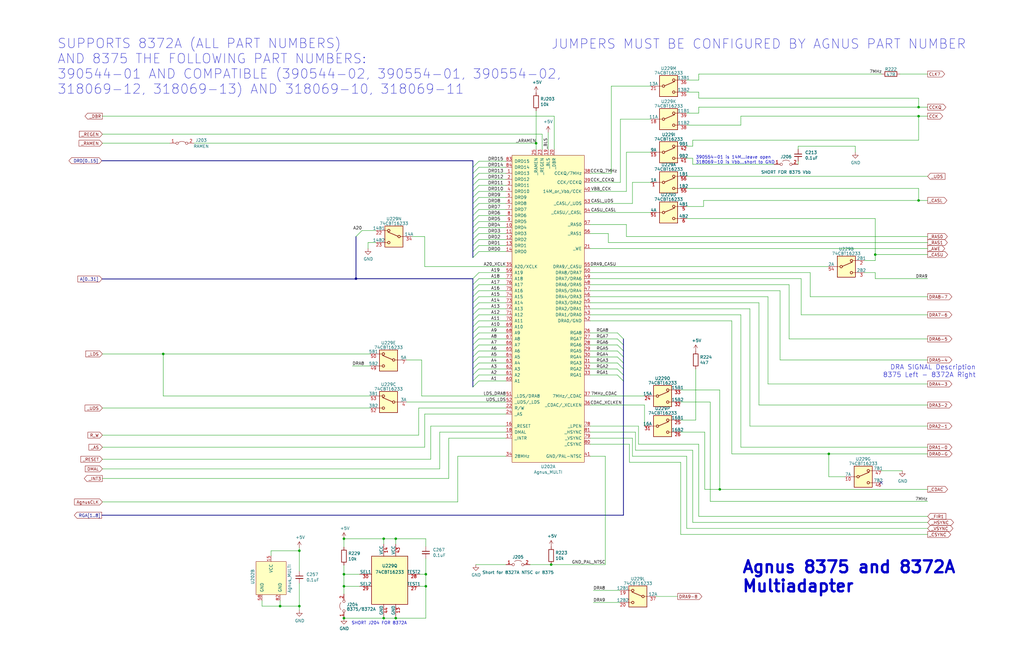
<source format=kicad_sch>
(kicad_sch (version 20231120) (generator "eeschema") (generator_version "8.0")
  (paper "B")
  (title_block (title "AMIGA PCI") (date "2024-06-29") (rev "4.0"))
  (junction (at 150.114 117.602))
  (junction (at 126.238 255.778))
  (junction (at 166.878 260.858))
  (junction (at 145.034 260.858))
  (junction (at 145.034 227.33))
  (junction (at 118.11 255.778))
  (junction (at 349.504 191.516))
  (junction (at 145.034 242.316))
  (junction (at 226.06 60.452))
  (junction (at 179.578 242.316))
  (junction (at 369.062 107.442))
  (junction (at 145.034 247.396))
  (junction (at 387.35 49.022))
  (junction (at 232.41 238.252))
  (junction (at 387.35 84.582))
  (junction (at 166.878 227.33))
  (junction (at 161.798 260.858))
  (junction (at 303.53 206.502))
  (junction (at 126.238 232.41))
  (junction (at 68.834 149.352))
  (junction (at 161.798 227.33))
  (junction (at 179.578 247.396))
  (junction (at 387.35 45.212))
  (no_connect (at 371.602 203.708))
  (bus_entry (at 201.93 85.852) (size -2.54 2.54))
  (bus_entry (at 201.93 68.072) (size -2.54 2.54))
  (bus_entry (at 260.35 145.542) (size 2.54 2.54))
  (bus_entry (at 201.93 78.232) (size -2.54 2.54))
  (bus_entry (at 201.93 127.762) (size -2.54 2.54))
  (bus_entry (at 201.93 155.702) (size -2.54 2.54))
  (bus_entry (at 201.93 122.682) (size -2.54 2.54))
  (bus_entry (at 260.35 150.622) (size 2.54 2.54))
  (bus_entry (at 260.35 140.462) (size 2.54 2.54))
  (bus_entry (at 260.35 143.002) (size 2.54 2.54))
  (bus_entry (at 201.93 117.602) (size -2.54 2.54))
  (bus_entry (at 260.35 155.702) (size 2.54 2.54))
  (bus_entry (at 260.35 158.242) (size 2.54 2.54))
  (bus_entry (at 201.93 132.842) (size -2.54 2.54))
  (bus_entry (at 201.93 160.782) (size -2.54 2.54))
  (bus_entry (at 201.93 120.142) (size -2.54 2.54))
  (bus_entry (at 201.93 158.242) (size -2.54 2.54))
  (bus_entry (at 201.93 137.922) (size -2.54 2.54))
  (bus_entry (at 201.93 148.082) (size -2.54 2.54))
  (bus_entry (at 201.93 106.172) (size -2.54 2.54))
  (bus_entry (at 201.93 101.092) (size -2.54 2.54))
  (bus_entry (at 201.93 70.612) (size -2.54 2.54))
  (bus_entry (at 201.93 75.692) (size -2.54 2.54))
  (bus_entry (at 201.93 96.012) (size -2.54 2.54))
  (bus_entry (at 201.93 130.302) (size -2.54 2.54))
  (bus_entry (at 201.93 115.062) (size -2.54 2.54))
  (bus_entry (at 201.93 103.632) (size -2.54 2.54))
  (bus_entry (at 201.93 150.622) (size -2.54 2.54))
  (bus_entry (at 201.93 73.152) (size -2.54 2.54))
  (bus_entry (at 201.93 140.462) (size -2.54 2.54))
  (bus_entry (at 201.93 80.772) (size -2.54 2.54))
  (bus_entry (at 260.35 153.162) (size 2.54 2.54))
  (bus_entry (at 260.35 148.082) (size 2.54 2.54))
  (bus_entry (at 201.93 98.552) (size -2.54 2.54))
  (bus_entry (at 152.654 97.282) (size -2.54 2.54))
  (bus_entry (at 201.93 145.542) (size -2.54 2.54))
  (bus_entry (at 201.93 83.312) (size -2.54 2.54))
  (bus_entry (at 201.93 90.932) (size -2.54 2.54))
  (bus_entry (at 201.93 143.002) (size -2.54 2.54))
  (bus_entry (at 201.93 153.162) (size -2.54 2.54))
  (bus_entry (at 201.93 125.222) (size -2.54 2.54))
  (bus_entry (at 201.93 135.382) (size -2.54 2.54))
  (bus_entry (at 201.93 88.392) (size -2.54 2.54))
  (bus_entry (at 201.93 93.472) (size -2.54 2.54))
  (wire (pts (xy 294.64 187.452) (xy 294.64 217.932)))
  (wire (pts (xy 179.07 188.722) (xy 43.18 188.722)))
  (wire (pts (xy 248.92 182.372) (xy 267.97 182.372)))
  (wire (pts (xy 179.578 247.396) (xy 179.578 242.316)))
  (wire (pts (xy 126.238 232.41) (xy 126.238 231.14)))
  (wire (pts (xy 177.8 151.892) (xy 171.45 151.892)))
  (bus (pts (xy 199.39 78.232) (xy 199.39 80.772)))
  (wire (pts (xy 248.92 125.222) (xy 323.85 125.222)))
  (wire (pts (xy 312.42 188.722) (xy 312.42 132.842)))
  (wire (pts (xy 271.78 170.942) (xy 248.92 170.942)))
  (bus (pts (xy 199.39 96.012) (xy 199.39 98.552)))
  (wire (pts (xy 213.36 135.382) (xy 201.93 135.382)))
  (wire (pts (xy 257.81 73.152) (xy 257.81 36.322)))
  (wire (pts (xy 248.92 94.742) (xy 264.16 94.742)))
  (wire (pts (xy 177.038 242.316) (xy 179.578 242.316)))
  (wire (pts (xy 248.92 85.852) (xy 266.7 85.852)))
  (wire (pts (xy 213.36 98.552) (xy 201.93 98.552)))
  (wire (pts (xy 213.36 167.132) (xy 177.8 167.132)))
  (wire (pts (xy 114.3 232.41) (xy 114.3 234.442)))
  (wire (pts (xy 126.238 246.126) (xy 126.238 255.778)))
  (wire (pts (xy 114.3 232.41) (xy 126.238 232.41)))
  (wire (pts (xy 248.92 132.842) (xy 312.42 132.842)))
  (wire (pts (xy 213.36 153.162) (xy 201.93 153.162)))
  (wire (pts (xy 213.36 120.142) (xy 201.93 120.142)))
  (wire (pts (xy 323.85 162.052) (xy 391.16 162.052)))
  (wire (pts (xy 296.672 87.122) (xy 296.672 84.582)))
  (wire (pts (xy 166.878 229.616) (xy 166.878 227.33)))
  (wire (pts (xy 387.35 79.502) (xy 387.35 84.582)))
  (wire (pts (xy 213.36 68.072) (xy 201.93 68.072)))
  (bus (pts (xy 199.39 85.852) (xy 199.39 88.392)))
  (wire (pts (xy 213.36 117.602) (xy 201.93 117.602)))
  (wire (pts (xy 248.92 80.772) (xy 264.16 80.772)))
  (bus (pts (xy 199.39 158.242) (xy 199.39 160.782)))
  (wire (pts (xy 213.36 96.012) (xy 201.93 96.012)))
  (wire (pts (xy 179.578 227.33) (xy 166.878 227.33)))
  (bus (pts (xy 262.89 217.424) (xy 42.926 217.424)))
  (wire (pts (xy 271.78 179.832) (xy 271.78 170.942)))
  (wire (pts (xy 391.16 125.222) (xy 341.63 125.222)))
  (wire (pts (xy 213.36 172.212) (xy 176.53 172.212)))
  (wire (pts (xy 320.04 170.942) (xy 320.04 127.762)))
  (bus (pts (xy 199.39 106.172) (xy 199.39 108.712)))
  (wire (pts (xy 213.36 115.062) (xy 201.93 115.062)))
  (wire (pts (xy 332.74 120.142) (xy 332.74 143.002)))
  (wire (pts (xy 299.466 211.582) (xy 391.16 211.582)))
  (wire (pts (xy 145.034 260.858) (xy 161.798 260.858)))
  (wire (pts (xy 336.55 68.072) (xy 336.55 69.342)))
  (wire (pts (xy 269.24 187.452) (xy 294.64 187.452)))
  (wire (pts (xy 179.07 112.522) (xy 213.36 112.522)))
  (wire (pts (xy 248.92 135.382) (xy 308.61 135.382)))
  (wire (pts (xy 266.7 76.962) (xy 274.32 76.962)))
  (wire (pts (xy 391.16 188.722) (xy 312.42 188.722)))
  (wire (pts (xy 360.68 64.262) (xy 360.68 61.722)))
  (wire (pts (xy 248.92 89.662) (xy 274.32 89.662)))
  (wire (pts (xy 391.16 151.892) (xy 328.93 151.892)))
  (wire (pts (xy 151.638 247.396) (xy 145.034 247.396)))
  (wire (pts (xy 292.1 61.722) (xy 292.1 59.182)))
  (wire (pts (xy 294.64 31.242) (xy 371.856 31.242)))
  (wire (pts (xy 292.1 59.182) (xy 387.35 59.182)))
  (wire (pts (xy 369.062 117.602) (xy 391.16 117.602)))
  (wire (pts (xy 293.37 155.702) (xy 293.37 177.292)))
  (wire (pts (xy 248.92 127.762) (xy 320.04 127.762)))
  (wire (pts (xy 294.64 38.862) (xy 294.64 41.402)))
  (wire (pts (xy 387.35 59.182) (xy 387.35 49.022)))
  (wire (pts (xy 371.602 198.628) (xy 380.492 198.628)))
  (wire (pts (xy 189.23 201.93) (xy 43.18 201.93)))
  (wire (pts (xy 213.36 182.372) (xy 185.42 182.372)))
  (wire (pts (xy 326.39 69.342) (xy 292.1 69.342)))
  (wire (pts (xy 176.53 172.212) (xy 176.53 183.642)))
  (wire (pts (xy 248.92 143.002) (xy 260.35 143.002)))
  (wire (pts (xy 387.35 45.212) (xy 391.16 45.212)))
  (wire (pts (xy 248.92 184.912) (xy 266.7 184.912)))
  (wire (pts (xy 181.61 193.802) (xy 43.18 193.802)))
  (wire (pts (xy 233.68 62.992) (xy 233.68 49.022)))
  (wire (pts (xy 161.798 227.33) (xy 145.034 227.33)))
  (wire (pts (xy 303.53 206.502) (xy 297.18 206.502)))
  (wire (pts (xy 213.36 93.472) (xy 201.93 93.472)))
  (wire (pts (xy 248.92 167.132) (xy 271.78 167.132)))
  (wire (pts (xy 294.64 47.752) (xy 294.64 45.212)))
  (bus (pts (xy 199.39 155.702) (xy 199.39 158.242)))
  (wire (pts (xy 255.27 238.252) (xy 232.41 238.252)))
  (wire (pts (xy 181.61 179.832) (xy 181.61 193.802)))
  (wire (pts (xy 110.49 255.778) (xy 110.49 253.492)))
  (wire (pts (xy 287.02 169.672) (xy 299.466 169.672)))
  (wire (pts (xy 266.7 184.912) (xy 266.7 192.532)))
  (wire (pts (xy 161.798 227.33) (xy 161.798 229.616)))
  (wire (pts (xy 213.36 184.912) (xy 189.23 184.912)))
  (wire (pts (xy 213.36 174.752) (xy 179.07 174.752)))
  (wire (pts (xy 248.92 179.832) (xy 269.24 179.832)))
  (wire (pts (xy 213.36 148.082) (xy 201.93 148.082)))
  (wire (pts (xy 213.36 192.532) (xy 193.04 192.532)))
  (wire (pts (xy 369.062 115.062) (xy 369.062 117.602)))
  (bus (pts (xy 262.89 155.702) (xy 262.89 158.242)))
  (wire (pts (xy 364.49 109.982) (xy 369.062 109.982)))
  (wire (pts (xy 179.07 174.752) (xy 179.07 188.722)))
  (wire (pts (xy 289.56 33.782) (xy 294.64 33.782)))
  (wire (pts (xy 145.034 227.33) (xy 145.034 230.886)))
  (bus (pts (xy 199.39 88.392) (xy 199.39 90.932)))
  (bus (pts (xy 150.114 117.729) (xy 150.114 117.602)))
  (wire (pts (xy 145.034 247.396) (xy 145.034 250.698)))
  (bus (pts (xy 199.39 101.092) (xy 199.39 103.632)))
  (wire (pts (xy 266.7 192.532) (xy 289.56 192.532)))
  (wire (pts (xy 248.92 76.962) (xy 261.62 76.962)))
  (wire (pts (xy 213.36 130.302) (xy 201.93 130.302)))
  (wire (pts (xy 173.736 99.822) (xy 179.07 99.822)))
  (wire (pts (xy 248.92 148.082) (xy 260.35 148.082)))
  (wire (pts (xy 213.36 125.222) (xy 201.93 125.222)))
  (wire (pts (xy 156.21 154.432) (xy 148.59 154.432)))
  (wire (pts (xy 296.672 84.582) (xy 387.35 84.582)))
  (bus (pts (xy 199.39 160.782) (xy 199.39 163.322)))
  (wire (pts (xy 213.36 179.832) (xy 181.61 179.832)))
  (wire (pts (xy 264.16 80.772) (xy 264.16 64.262)))
  (bus (pts (xy 199.39 117.602) (xy 150.114 117.602)))
  (wire (pts (xy 248.92 192.532) (xy 255.27 192.532)))
  (wire (pts (xy 126.238 255.778) (xy 126.238 257.556)))
  (wire (pts (xy 287.02 182.372) (xy 297.18 182.372)))
  (wire (pts (xy 228.6 62.992) (xy 228.6 56.642)))
  (wire (pts (xy 312.42 49.022) (xy 387.35 49.022)))
  (wire (pts (xy 294.64 33.782) (xy 294.64 31.242)))
  (bus (pts (xy 199.39 117.602) (xy 199.39 120.142)))
  (wire (pts (xy 336.55 61.722) (xy 360.68 61.722)))
  (wire (pts (xy 179.578 260.858) (xy 179.578 247.396)))
  (wire (pts (xy 266.7 85.852) (xy 266.7 76.962)))
  (wire (pts (xy 145.034 247.396) (xy 145.034 242.316)))
  (wire (pts (xy 166.878 260.858) (xy 161.798 260.858)))
  (wire (pts (xy 303.53 206.502) (xy 391.16 206.502)))
  (wire (pts (xy 213.36 238.252) (xy 200.66 238.252)))
  (wire (pts (xy 289.56 92.202) (xy 369.062 92.202)))
  (bus (pts (xy 262.89 158.242) (xy 262.89 160.782)))
  (wire (pts (xy 264.16 99.822) (xy 391.16 99.822)))
  (wire (pts (xy 328.93 151.892) (xy 328.93 122.682)))
  (wire (pts (xy 297.18 182.372) (xy 297.18 206.502)))
  (wire (pts (xy 118.11 255.778) (xy 118.11 253.492)))
  (wire (pts (xy 303.53 164.592) (xy 303.53 206.502)))
  (wire (pts (xy 276.606 251.714) (xy 285.75 251.714)))
  (bus (pts (xy 262.89 153.162) (xy 262.89 155.702)))
  (wire (pts (xy 166.878 260.858) (xy 179.578 260.858)))
  (wire (pts (xy 193.04 192.532) (xy 193.04 211.836)))
  (wire (pts (xy 289.56 192.532) (xy 289.56 223.012)))
  (wire (pts (xy 287.02 225.552) (xy 391.16 225.552)))
  (wire (pts (xy 43.18 56.642) (xy 228.6 56.642)))
  (wire (pts (xy 213.36 127.762) (xy 201.93 127.762)))
  (wire (pts (xy 349.504 201.168) (xy 349.504 191.516)))
  (wire (pts (xy 316.23 179.832) (xy 391.16 179.832)))
  (wire (pts (xy 213.36 169.672) (xy 171.45 169.672)))
  (wire (pts (xy 189.23 184.912) (xy 189.23 201.93)))
  (wire (pts (xy 349.504 191.516) (xy 391.16 191.516)))
  (wire (pts (xy 226.06 46.736) (xy 226.06 60.452)))
  (wire (pts (xy 256.54 102.362) (xy 256.54 98.552)))
  (wire (pts (xy 292.1 66.802) (xy 292.1 69.342)))
  (wire (pts (xy 356.362 201.168) (xy 349.504 201.168)))
  (wire (pts (xy 312.42 52.832) (xy 312.42 49.022)))
  (wire (pts (xy 248.92 122.682) (xy 328.93 122.682)))
  (bus (pts (xy 199.39 130.302) (xy 199.39 132.842)))
  (bus (pts (xy 199.39 140.462) (xy 199.39 143.002)))
  (wire (pts (xy 261.366 249.174) (xy 250.19 249.174)))
  (bus (pts (xy 199.39 120.142) (xy 199.39 122.682)))
  (wire (pts (xy 257.81 36.322) (xy 274.32 36.322)))
  (bus (pts (xy 262.89 150.622) (xy 262.89 153.162)))
  (wire (pts (xy 387.35 49.022) (xy 391.16 49.022)))
  (bus (pts (xy 199.39 153.162) (xy 199.39 155.702)))
  (wire (pts (xy 179.578 230.632) (xy 179.578 227.33)))
  (wire (pts (xy 264.16 94.742) (xy 264.16 99.822)))
  (bus (pts (xy 199.39 70.612) (xy 199.39 73.152)))
  (bus (pts (xy 199.39 135.382) (xy 199.39 137.922)))
  (wire (pts (xy 391.16 132.842) (xy 337.82 132.842)))
  (wire (pts (xy 177.8 167.132) (xy 177.8 151.892)))
  (wire (pts (xy 289.56 47.752) (xy 294.64 47.752)))
  (wire (pts (xy 213.36 122.682) (xy 201.93 122.682)))
  (wire (pts (xy 248.92 187.452) (xy 265.43 187.452)))
  (wire (pts (xy 179.07 99.822) (xy 179.07 112.522)))
  (wire (pts (xy 265.43 195.072) (xy 287.02 195.072)))
  (wire (pts (xy 248.92 104.902) (xy 391.16 104.902)))
  (wire (pts (xy 256.54 102.362) (xy 391.16 102.362)))
  (wire (pts (xy 265.43 187.452) (xy 265.43 195.072)))
  (wire (pts (xy 152.654 97.282) (xy 158.496 97.282)))
  (wire (pts (xy 289.56 87.122) (xy 296.672 87.122)))
  (bus (pts (xy 199.39 143.002) (xy 199.39 145.542)))
  (bus (pts (xy 199.39 80.772) (xy 199.39 83.312)))
  (wire (pts (xy 267.97 189.992) (xy 292.1 189.992)))
  (wire (pts (xy 264.16 64.262) (xy 274.32 64.262)))
  (wire (pts (xy 155.194 102.362) (xy 158.496 102.362)))
  (wire (pts (xy 287.02 177.292) (xy 293.37 177.292)))
  (wire (pts (xy 118.11 255.778) (xy 126.238 255.778)))
  (wire (pts (xy 179.578 242.316) (xy 179.578 235.712)))
  (wire (pts (xy 289.56 79.502) (xy 387.35 79.502)))
  (wire (pts (xy 289.56 52.832) (xy 312.42 52.832)))
  (bus (pts (xy 262.89 145.542) (xy 262.89 148.082)))
  (wire (pts (xy 233.68 49.022) (xy 43.18 49.022)))
  (wire (pts (xy 379.476 31.242) (xy 391.16 31.242)))
  (wire (pts (xy 341.63 125.222) (xy 341.63 115.062)))
  (wire (pts (xy 294.64 41.402) (xy 387.35 41.402)))
  (wire (pts (xy 299.466 169.672) (xy 299.466 211.582)))
  (bus (pts (xy 199.39 122.682) (xy 199.39 125.222)))
  (wire (pts (xy 308.61 191.516) (xy 349.504 191.516)))
  (wire (pts (xy 110.49 255.778) (xy 118.11 255.778)))
  (wire (pts (xy 213.36 75.692) (xy 201.93 75.692)))
  (bus (pts (xy 199.39 67.818) (xy 199.39 70.612)))
  (bus (pts (xy 199.39 127.762) (xy 199.39 130.302)))
  (wire (pts (xy 213.36 103.632) (xy 201.93 103.632)))
  (wire (pts (xy 71.628 60.452) (xy 43.18 60.452)))
  (wire (pts (xy 294.64 45.212) (xy 387.35 45.212)))
  (wire (pts (xy 161.798 260.858) (xy 161.798 260.096)))
  (wire (pts (xy 289.56 223.012) (xy 391.16 223.012)))
  (wire (pts (xy 289.56 38.862) (xy 294.64 38.862)))
  (wire (pts (xy 369.062 92.202) (xy 369.062 107.442)))
  (wire (pts (xy 337.82 132.842) (xy 337.82 117.602)))
  (wire (pts (xy 213.36 137.922) (xy 201.93 137.922)))
  (wire (pts (xy 213.36 88.392) (xy 201.93 88.392)))
  (bus (pts (xy 43.053 117.729) (xy 150.114 117.729)))
  (bus (pts (xy 199.39 90.932) (xy 199.39 93.472)))
  (wire (pts (xy 248.92 112.522) (xy 349.25 112.522)))
  (wire (pts (xy 213.36 73.152) (xy 201.93 73.152)))
  (wire (pts (xy 248.92 150.622) (xy 260.35 150.622)))
  (wire (pts (xy 248.92 120.142) (xy 332.74 120.142)))
  (wire (pts (xy 336.55 61.722) (xy 336.55 62.992)))
  (wire (pts (xy 68.834 149.352) (xy 156.21 149.352)))
  (wire (pts (xy 213.36 158.242) (xy 201.93 158.242)))
  (wire (pts (xy 248.92 115.062) (xy 341.63 115.062)))
  (wire (pts (xy 387.35 41.402) (xy 387.35 45.212)))
  (wire (pts (xy 369.062 109.982) (xy 369.062 107.442)))
  (wire (pts (xy 68.834 167.132) (xy 156.21 167.132)))
  (wire (pts (xy 213.36 143.002) (xy 201.93 143.002)))
  (wire (pts (xy 231.14 62.992) (xy 231.14 55.88)))
  (wire (pts (xy 166.878 260.096) (xy 166.878 260.858)))
  (wire (pts (xy 145.034 238.506) (xy 145.034 242.316)))
  (wire (pts (xy 213.36 80.772) (xy 201.93 80.772)))
  (wire (pts (xy 369.062 107.442) (xy 391.16 107.442)))
  (wire (pts (xy 292.1 220.472) (xy 391.16 220.472)))
  (bus (pts (xy 199.39 103.632) (xy 199.39 106.172)))
  (wire (pts (xy 269.24 179.832) (xy 269.24 187.452)))
  (wire (pts (xy 213.36 90.932) (xy 201.93 90.932)))
  (wire (pts (xy 68.834 149.352) (xy 68.834 167.132)))
  (wire (pts (xy 248.92 140.462) (xy 260.35 140.462)))
  (bus (pts (xy 199.39 132.842) (xy 199.39 135.382)))
  (wire (pts (xy 364.49 115.062) (xy 369.062 115.062)))
  (bus (pts (xy 199.39 125.222) (xy 199.39 127.762)))
  (wire (pts (xy 294.64 217.932) (xy 391.16 217.932)))
  (bus (pts (xy 199.39 137.922) (xy 199.39 140.462)))
  (wire (pts (xy 248.92 153.162) (xy 260.35 153.162)))
  (wire (pts (xy 213.36 155.702) (xy 201.93 155.702)))
  (bus (pts (xy 199.39 150.622) (xy 199.39 153.162)))
  (wire (pts (xy 213.36 160.782) (xy 201.93 160.782)))
  (wire (pts (xy 213.36 83.312) (xy 201.93 83.312)))
  (wire (pts (xy 248.92 130.302) (xy 316.23 130.302)))
  (wire (pts (xy 213.36 78.232) (xy 201.93 78.232)))
  (wire (pts (xy 287.02 164.592) (xy 303.53 164.592)))
  (bus (pts (xy 199.39 145.542) (xy 199.39 148.082)))
  (wire (pts (xy 248.92 145.542) (xy 260.35 145.542)))
  (wire (pts (xy 176.53 183.642) (xy 43.18 183.642)))
  (wire (pts (xy 213.36 85.852) (xy 201.93 85.852)))
  (wire (pts (xy 267.97 182.372) (xy 267.97 189.992)))
  (wire (pts (xy 256.54 98.552) (xy 248.92 98.552)))
  (bus (pts (xy 262.89 160.782) (xy 262.89 217.424)))
  (wire (pts (xy 308.61 191.516) (xy 308.61 135.382)))
  (wire (pts (xy 261.366 254.254) (xy 250.19 254.254)))
  (wire (pts (xy 232.41 238.252) (xy 223.52 238.252)))
  (bus (pts (xy 199.39 73.152) (xy 199.39 75.692)))
  (wire (pts (xy 155.194 102.362) (xy 155.194 104.902)))
  (wire (pts (xy 126.238 232.41) (xy 126.238 241.046)))
  (bus (pts (xy 199.39 148.082) (xy 199.39 150.622)))
  (wire (pts (xy 213.36 145.542) (xy 201.93 145.542)))
  (wire (pts (xy 213.36 150.622) (xy 201.93 150.622)))
  (wire (pts (xy 213.36 132.842) (xy 201.93 132.842)))
  (bus (pts (xy 150.114 99.822) (xy 150.114 117.602)))
  (wire (pts (xy 43.18 149.352) (xy 68.834 149.352)))
  (wire (pts (xy 289.56 61.722) (xy 292.1 61.722)))
  (bus (pts (xy 262.89 148.082) (xy 262.89 150.622)))
  (wire (pts (xy 323.85 162.052) (xy 323.85 125.222)))
  (wire (pts (xy 316.23 130.302) (xy 316.23 179.832)))
  (bus (pts (xy 199.39 98.552) (xy 199.39 101.092)))
  (wire (pts (xy 332.74 143.002) (xy 391.16 143.002)))
  (wire (pts (xy 289.56 74.422) (xy 391.16 74.422)))
  (wire (pts (xy 387.35 84.582) (xy 391.16 84.582)))
  (wire (pts (xy 177.038 247.396) (xy 179.578 247.396)))
  (wire (pts (xy 391.16 170.942) (xy 320.04 170.942)))
  (wire (pts (xy 185.42 197.866) (xy 43.18 197.866)))
  (wire (pts (xy 261.62 50.292) (xy 274.32 50.292)))
  (wire (pts (xy 213.36 106.172) (xy 201.93 106.172)))
  (wire (pts (xy 248.92 73.152) (xy 257.81 73.152)))
  (wire (pts (xy 248.92 158.242) (xy 260.35 158.242)))
  (wire (pts (xy 255.27 192.532) (xy 255.27 238.252)))
  (wire (pts (xy 43.18 172.212) (xy 156.21 172.212)))
  (wire (pts (xy 213.36 140.462) (xy 201.93 140.462)))
  (bus (pts (xy 42.926 67.818) (xy 199.39 67.818)))
  (wire (pts (xy 261.62 76.962) (xy 261.62 50.292)))
  (wire (pts (xy 248.92 155.702) (xy 260.35 155.702)))
  (wire (pts (xy 226.06 60.452) (xy 81.788 60.452)))
  (wire (pts (xy 213.36 70.612) (xy 201.93 70.612)))
  (wire (pts (xy 226.06 62.992) (xy 226.06 60.452)))
  (wire (pts (xy 145.034 242.316) (xy 151.638 242.316)))
  (wire (pts (xy 292.1 189.992) (xy 292.1 220.472)))
  (bus (pts (xy 262.89 143.002) (xy 262.89 145.542)))
  (wire (pts (xy 213.36 101.092) (xy 201.93 101.092)))
  (wire (pts (xy 166.878 227.33) (xy 161.798 227.33)))
  (wire (pts (xy 287.02 195.072) (xy 287.02 225.552)))
  (bus (pts (xy 199.39 93.472) (xy 199.39 96.012)))
  (wire (pts (xy 289.56 66.802) (xy 292.1 66.802)))
  (bus (pts (xy 199.39 75.692) (xy 199.39 78.232)))
  (wire (pts (xy 185.42 182.372) (xy 185.42 197.866)))
  (wire (pts (xy 43.18 211.836) (xy 193.04 211.836)))
  (wire (pts (xy 248.92 117.602) (xy 337.82 117.602)))
  (bus (pts (xy 199.39 83.312) (xy 199.39 85.852)))
  (text "SHORT J204 FOR 8372A" (at 148.209 263.779 0) (effects (font (size 1.27 1.27)) (justify left bottom)))
  (text "DRA SIGNAL Description\n8375 Left - 8372A Right" (at 411.48 159.512 0) (effects (font (size 2.0066 2.0066)) (justify right bottom)))
  (text "Agnus 8375 and 8372A\nMultiadapter" (at 312.674 250.444 0) (effects (font (size 5.0038 5.0038) (thickness 1.0008) (bold yes)) (justify left bottom)))
  (text "JUMPERS MUST BE CONFIGURED BY AGNUS PART NUMBER" (at 232.41 21.082 0) (effects (font (size 3.9878 3.9878)) (justify left bottom)))
  (text "SUPPORTS 8372A (ALL PART NUMBERS)\nAND 8375 THE FOLLOWING PART NUMBERS:\n390544-01 AND COMPATIBLE (390544-02, 390554-01, 390554-02, \n318069-12, 318069-13) AND 318069-10, 318069-11" (at 24.13 40.132 0) (effects (font (size 3.9878 3.9878)) (justify left bottom)))
  (text "390554-01 is 14M...leave open\n318069-10 is Vbb...short to GND" (at 293.37 69.342 0) (effects (font (size 1.2954 1.2954)) (justify left bottom)))
  (label "RGA7" (at 251.46 143.002 0) (effects (font (size 1.2954 1.2954))))
  (label "CCK_CCKQ" (at 248.92 76.962 0))
  (label "A16" (at 207.01 122.682 0) (effects (font (size 1.2954 1.2954))))
  (label "DRA8" (at 250.19 249.174 0))
  (label "7MHz" (at 391.16 211.582 180))
  (label "A19" (at 207.01 115.062 0) (effects (font (size 1.2954 1.2954))))
  (label "DRA8" (at 148.59 154.432 0))
  (label "DRA9" (at 250.19 254.254 0))
  (label "A17" (at 207.01 120.142 0) (effects (font (size 1.2954 1.2954))))
  (label "DRA9_CASU" (at 248.92 112.522 0))
  (label "A1" (at 207.01 160.782 0) (effects (font (size 1.2954 1.2954))))
  (label "A9" (at 207.01 140.462 0) (effects (font (size 1.2954 1.2954))))
  (label "A20_XCLK" (at 213.36 112.522 180))
  (label "A12" (at 207.01 132.842 0) (effects (font (size 1.2954 1.2954))))
  (label "CDAC_XCLKEN" (at 248.92 170.942 0))
  (label "DRD9" (at 205.74 83.312 0) (effects (font (size 1.2954 1.2954))))
  (label "A8" (at 207.01 143.002 0) (effects (font (size 1.2954 1.2954))))
  (label "A5" (at 207.01 150.622 0) (effects (font (size 1.2954 1.2954))))
  (label "LDS_DRA8" (at 213.36 167.132 180))
  (label "DRD10" (at 205.74 80.772 0) (effects (font (size 1.2954 1.2954))))
  (label "DRD15" (at 205.74 68.072 0) (effects (font (size 1.2954 1.2954))))
  (label "RGA2" (at 251.46 155.702 0) (effects (font (size 1.2954 1.2954))))
  (label "DRD13" (at 205.74 73.152 0) (effects (font (size 1.2954 1.2954))))
  (label "A13" (at 207.01 130.302 0) (effects (font (size 1.2954 1.2954))))
  (label "_BLS" (at 231.14 62.865 90))
  (label "DRD3" (at 205.74 98.552 0) (effects (font (size 1.2954 1.2954))))
  (label "A2" (at 207.01 158.242 0) (effects (font (size 1.2954 1.2954))))
  (label "RGA1" (at 251.46 158.242 0) (effects (font (size 1.2954 1.2954))))
  (label "DRA9" (at 391.16 117.602 180))
  (label "CCKQ_7MHz" (at 248.92 73.152 0))
  (label "CASU_CASL" (at 249.174 89.662 0))
  (label "7MHz" (at 371.856 31.242 180))
  (label "DRD1" (at 205.74 103.632 0) (effects (font (size 1.2954 1.2954))))
  (label "VBB_CCK" (at 249.174 80.772 0))
  (label "DRD6" (at 205.74 90.932 0) (effects (font (size 1.2954 1.2954))))
  (label "DRD14" (at 205.74 70.612 0) (effects (font (size 1.2954 1.2954))))
  (label "A6" (at 207.01 148.082 0) (effects (font (size 1.2954 1.2954))))
  (label "RGA6" (at 251.46 145.542 0) (effects (font (size 1.2954 1.2954))))
  (label "DRD11" (at 205.74 78.232 0) (effects (font (size 1.2954 1.2954))))
  (label "DRD2" (at 205.74 101.092 0) (effects (font (size 1.2954 1.2954))))
  (label "A7" (at 207.01 145.542 0) (effects (font (size 1.2954 1.2954))))
  (label "DRD4" (at 205.74 96.012 0) (effects (font (size 1.2954 1.2954))))
  (label "A4" (at 207.01 153.162 0) (effects (font (size 1.2954 1.2954))))
  (label "A20" (at 152.654 97.282 180) (effects (font (size 1.2954 1.2954))))
  (label "A15" (at 207.01 125.222 0) (effects (font (size 1.2954 1.2954))))
  (label "A10" (at 207.01 137.922 0) (effects (font (size 1.2954 1.2954))))
  (label "RGA8" (at 251.46 140.462 0) (effects (font (size 1.2954 1.2954))))
  (label "RGA4" (at 251.46 150.622 0) (effects (font (size 1.2954 1.2954))))
  (label "A18" (at 207.01 117.602 0) (effects (font (size 1.2954 1.2954))))
  (label "DRD12" (at 205.74 75.692 0) (effects (font (size 1.2954 1.2954))))
  (label "RGA3" (at 251.46 153.162 0) (effects (font (size 1.2954 1.2954))))
  (label "_ARAMEN" (at 226.06 60.452 180))
  (label "A3" (at 207.01 155.702 0) (effects (font (size 1.2954 1.2954))))
  (label "UDS_LDS" (at 213.36 169.672 180))
  (label "DRD7" (at 205.74 88.392 0) (effects (font (size 1.2954 1.2954))))
  (label "CASL_UDS" (at 249.174 85.852 0))
  (label "A14" (at 207.01 127.762 0) (effects (font (size 1.2954 1.2954))))
  (label "GND_PAL_NTSC" (at 255.27 238.252 180))
  (label "7MHz_CDAC" (at 249.174 167.132 0))
  (label "DRD5" (at 205.74 93.472 0) (effects (font (size 1.2954 1.2954))))
  (label "RGA5" (at 251.46 148.082 0) (effects (font (size 1.2954 1.2954))))
  (label "DRD0" (at 205.74 106.172 0) (effects (font (size 1.2954 1.2954))))
  (label "A11" (at 207.01 135.382 0) (effects (font (size 1.2954 1.2954))))
  (label "DRD8" (at 205.74 85.852 0) (effects (font (size 1.2954 1.2954))))
  (global_label "RGA[1..8]" (shape output) (at 42.926 217.424 180) (effects (font (size 1.2954 1.2954))) (property "Intersheetrefs" "${INTERSHEET_REFS}" (at 30.8331 217.424 0) (effects (justify right))))
  (global_label "DRA9-8" (shape output) (at 285.75 251.714 0) (effects (font (size 1.2954 1.2954))) (property "Intersheetrefs" "${INTERSHEET_REFS}" (at 296.4857 251.714 0) (effects (justify left))))
  (global_label "_VSYNC" (shape bidirectional) (at 391.16 223.012 0) (effects (font (size 1.2954 1.2954))) (property "Intersheetrefs" "${INTERSHEET_REFS}" (at 402.3507 223.012 0) (effects (justify left))))
  (global_label "DRD[0..15]" (shape bidirectional) (at 42.926 67.818 180) (property "Intersheetrefs" "${INTERSHEET_REFS}" (at 28.5674 67.818 0) (effects (justify right))))
  (global_label "_LDS" (shape input) (at 43.18 149.352 180) (effects (font (size 1.2954 1.2954))) (property "Intersheetrefs" "${INTERSHEET_REFS}" (at 35.6518 149.352 0) (effects (justify right))))
  (global_label "DRA0-G" (shape output) (at 391.16 191.516 0) (effects (font (size 1.2954 1.2954))) (property "Intersheetrefs" "${INTERSHEET_REFS}" (at 401.9574 191.516 0) (effects (justify left))))
  (global_label "A[0..31]" (shape input) (at 43.053 117.729 180) (effects (font (size 1.2954 1.2954))) (property "Intersheetrefs" "${INTERSHEET_REFS}" (at 32.3172 117.729 0) (effects (justify right))))
  (global_label "_UDS" (shape input) (at 43.18 172.212 180) (effects (font (size 1.2954 1.2954))) (property "Intersheetrefs" "${INTERSHEET_REFS}" (at 35.3434 172.212 0) (effects (justify right))))
  (global_label "_CSYNC" (shape output) (at 391.16 225.552 0) (effects (font (size 1.2954 1.2954))) (property "Intersheetrefs" "${INTERSHEET_REFS}" (at 401.4023 225.552 0) (effects (justify left))))
  (global_label "_UDS" (shape input) (at 391.16 74.422 0) (effects (font (size 1.2954 1.2954))) (property "Intersheetrefs" "${INTERSHEET_REFS}" (at 398.9966 74.422 0) (effects (justify left))))
  (global_label "DMAL" (shape input) (at 43.18 197.866 180) (property "Intersheetrefs" "${INTERSHEET_REFS}" (at 35.4361 197.866 0) (effects (justify right))))
  (global_label "_CDAC" (shape output) (at 391.16 206.502 0) (effects (font (size 1.2954 1.2954))) (property "Intersheetrefs" "${INTERSHEET_REFS}" (at 400.1069 206.502 0) (effects (justify left))))
  (global_label "DRA1-0" (shape output) (at 391.16 188.722 0) (effects (font (size 1.2954 1.2954))) (property "Intersheetrefs" "${INTERSHEET_REFS}" (at 401.8957 188.722 0) (effects (justify left))))
  (global_label "_FIR1" (shape input) (at 391.16 217.932 0) (effects (font (size 1.2954 1.2954))) (property "Intersheetrefs" "${INTERSHEET_REFS}" (at 399.4477 217.932 0) (effects (justify left))))
  (global_label "CCK" (shape output) (at 391.16 49.022 0) (effects (font (size 1.2954 1.2954))) (property "Intersheetrefs" "${INTERSHEET_REFS}" (at 398.0096 49.022 0) (effects (justify left))))
  (global_label "CCKQ" (shape output) (at 391.16 45.212 0) (effects (font (size 1.2954 1.2954))) (property "Intersheetrefs" "${INTERSHEET_REFS}" (at 399.3667 45.212 0) (effects (justify left))))
  (global_label "_RAS1" (shape output) (at 391.16 102.362 0) (effects (font (size 1.2954 1.2954))) (property "Intersheetrefs" "${INTERSHEET_REFS}" (at 399.9835 102.362 0) (effects (justify left))))
  (global_label "R_W" (shape input) (at 43.18 183.642 180) (property "Intersheetrefs" "${INTERSHEET_REFS}" (at 36.5058 183.642 0) (effects (justify right))))
  (global_label "_CASU" (shape output) (at 391.16 107.442 0) (effects (font (size 1.2954 1.2954))) (property "Intersheetrefs" "${INTERSHEET_REFS}" (at 400.1069 107.442 0) (effects (justify left))))
  (global_label "DRA3-2" (shape output) (at 391.16 170.942 0) (effects (font (size 1.2954 1.2954))) (property "Intersheetrefs" "${INTERSHEET_REFS}" (at 401.8957 170.942 0) (effects (justify left))))
  (global_label "_RAS0" (shape output) (at 391.16 99.822 0) (effects (font (size 1.2954 1.2954))) (property "Intersheetrefs" "${INTERSHEET_REFS}" (at 399.9835 99.822 0) (effects (justify left))))
  (global_label "_CASL" (shape output) (at 391.16 84.582 0) (effects (font (size 1.2954 1.2954))) (property "Intersheetrefs" "${INTERSHEET_REFS}" (at 399.7985 84.582 0) (effects (justify left))))
  (global_label "DRA4-3" (shape output) (at 391.16 162.052 0) (effects (font (size 1.2954 1.2954))) (property "Intersheetrefs" "${INTERSHEET_REFS}" (at 401.8957 162.052 0) (effects (justify left))))
  (global_label "_RESET" (shape input) (at 43.18 193.802 180) (property "Intersheetrefs" "${INTERSHEET_REFS}" (at 33.5615 193.802 0) (effects (justify right))))
  (global_label "_AWE" (shape output) (at 391.16 104.902 0) (effects (font (size 1.2954 1.2954))) (property "Intersheetrefs" "${INTERSHEET_REFS}" (at 398.8732 104.902 0) (effects (justify left))))
  (global_label "_RAMEN" (shape input) (at 43.18 60.452 180) (effects (font (size 1.2954 1.2954))) (property "Intersheetrefs" "${INTERSHEET_REFS}" (at 32.8143 60.452 0) (effects (justify right))))
  (global_label "DRA2-1" (shape output) (at 391.16 179.832 0) (effects (font (size 1.2954 1.2954))) (property "Intersheetrefs" "${INTERSHEET_REFS}" (at 401.8957 179.832 0) (effects (justify left))))
  (global_label "_HSYNC" (shape bidirectional) (at 391.16 220.472 0) (effects (font (size 1.2954 1.2954))) (property "Intersheetrefs" "${INTERSHEET_REFS}" (at 402.5975 220.472 0) (effects (justify left))))
  (global_label "DRA8-7" (shape output) (at 391.16 125.222 0) (effects (font (size 1.2954 1.2954))) (property "Intersheetrefs" "${INTERSHEET_REFS}" (at 401.8957 125.222 0) (effects (justify left))))
  (global_label "CLK7" (shape output) (at 391.16 31.242 0) (property "Intersheetrefs" "${INTERSHEET_REFS}" (at 398.9228 31.242 0) (effects (justify left))))
  (global_label "DRA6-5" (shape output) (at 391.16 143.002 0) (effects (font (size 1.2954 1.2954))) (property "Intersheetrefs" "${INTERSHEET_REFS}" (at 401.8957 143.002 0) (effects (justify left))))
  (global_label "DRA5-4" (shape output) (at 391.16 151.892 0) (effects (font (size 1.2954 1.2954))) (property "Intersheetrefs" "${INTERSHEET_REFS}" (at 401.8957 151.892 0) (effects (justify left))))
  (global_label "_INT3" (shape output) (at 43.18 201.93 180) (effects (font (size 1.2954 1.2954))) (property "Intersheetrefs" "${INTERSHEET_REFS}" (at 35.0349 201.93 0) (effects (justify right))))
  (global_label "_DBR" (shape output) (at 43.18 49.022 180) (effects (font (size 1.2954 1.2954))) (property "Intersheetrefs" "${INTERSHEET_REFS}" (at 35.3434 49.022 0) (effects (justify right))))
  (global_label "_AS" (shape input) (at 43.18 188.722 180) (property "Intersheetrefs" "${INTERSHEET_REFS}" (at 37.0085 188.722 0) (effects (justify right))))
  (global_label "DRA7-6" (shape output) (at 391.16 132.842 0) (effects (font (size 1.2954 1.2954))) (property "Intersheetrefs" "${INTERSHEET_REFS}" (at 401.8957 132.842 0) (effects (justify left))))
  (global_label "AgnusCLK" (shape input) (at 43.18 211.836 180) (effects (font (size 1.2954 1.2954))) (property "Intersheetrefs" "${INTERSHEET_REFS}" (at 30.8211 211.836 0) (effects (justify right))))
  (global_label "_REGEN" (shape input) (at 43.18 56.642 180) (effects (font (size 1.2954 1.2954))) (property "Intersheetrefs" "${INTERSHEET_REFS}" (at 32.9377 56.642 0) (effects (justify right))))
  (symbol (lib_id "Device:R") (at 375.666 31.242 270) (unit 1)
    (property "Reference" "R222" (at 375.666 29.21 90))
    (property "Value" "47R" (at 375.666 31.496 90))
    (property "Footprint" "Resistor_SMD:R_0603_1608Metric" (effects (hide yes)))
    (instances (project "AmigaPCI Mainboard" (path "" (reference "R222") (unit 1))) (project "2000ATX" (path "" (reference "RN907A1") (unit 1))))
  )
  (symbol (lib_id "AmigaPCI-Symbols:74CBT16233") (at 166.116 99.822 0) (mirror y) (unit 14)
    (property "Reference" "U229" (at 166.116 92.3671 0))
    (property "Value" "74CBT16233" (at 166.116 94.2881 0))
    (property "Footprint" "Package_SO:SSOP-56_7.5x18.5mm_P0.635mm" (effects (hide yes)))
    (property "Datasheet" "https://www.ti.com/lit/ds/symlink/sn74cbt16233.pdf?HQS=dis-dk-null-digikeymode-dsf-pf-null-wwe&ts=1686702107606&ref_url=https%253A%252F%252Fwww.ti.com%252Fgeneral%252Fdocs%252Fsuppproductinfo.tsp%253FdistId%253D10%2526gotoUrl%253Dhttps%253A%252F%252Fwww.ti.com%252Flit%252Fgpn%252Fsn74cbt16233" (effects (hide yes)))
    (property "Part Number" "SN74CBT16233DL" (effects (hide yes)))
  )
  (symbol (lib_id "AmigaPCI-Symbols:74CBT16233") (at 281.94 50.292 0) (unit 11)
    (property "Reference" "U229" (at 281.94 42.8371 0))
    (property "Value" "74CBT16233" (at 281.94 44.7581 0))
    (property "Footprint" "Package_SO:SSOP-56_7.5x18.5mm_P0.635mm" (effects (hide yes)))
    (property "Datasheet" "https://www.ti.com/lit/ds/symlink/sn74cbt16233.pdf?HQS=dis-dk-null-digikeymode-dsf-pf-null-wwe&ts=1686702107606&ref_url=https%253A%252F%252Fwww.ti.com%252Fgeneral%252Fdocs%252Fsuppproductinfo.tsp%253FdistId%253D10%2526gotoUrl%253Dhttps%253A%252F%252Fwww.ti.com%252Flit%252Fgpn%252Fsn74cbt16233" (effects (hide yes)))
    (property "Part Number" "SN74CBT16233DL" (effects (hide yes)))
  )
  (symbol (lib_id "power:+5V") (at 293.37 148.082 0) (unit 1)
    (property "Reference" "#PWR016" (effects (hide yes)))
    (property "Value" "+5V" (at 293.751 143.6878 0))
    (instances (project "AmigaPCI Mainboard" (path "" (reference "#PWR016") (unit 1))) (project "2000ATX" (path "" (reference "#PWR0392") (unit 1))))
  )
  (symbol (lib_id "power:+5V") (at 126.238 231.14 0) (unit 1)
    (property "Reference" "#PWR012" (effects (hide yes)))
    (property "Value" "+5V" (at 126.619 226.7458 0))
    (instances (project "AmigaPCI Mainboard" (path "" (reference "#PWR012") (unit 1))) (project "2000ATX" (path "" (reference "#PWR0377") (unit 1))))
  )
  (symbol (lib_id "AmigaPCI-Symbols:Agnus Multiadapter") (at 114.3 243.332 0) (unit 2)
    (property "Reference" "U202" (at 106.553 246.634 90) (effects (justify left)))
    (property "Value" "Agnus_MULTI" (at 122.047 250.19 90) (effects (justify left)))
    (property "Footprint" "Package_LCC:PLCC-84_SMD-Socket" (effects (hide yes)))
    (instances (project "AmigaPCI Mainboard" (path "" (reference "U202") (unit 2))) (project "2000ATX" (path "" (reference "U101") (unit 2)) (path "" (reference "U101") (unit 2))))
  )
  (symbol (lib_id "AmigaPCI-Symbols:74CBT16233") (at 279.4 167.132 0) (unit 15)
    (property "Reference" "U229" (at 279.4 159.6771 0))
    (property "Value" "74CBT16233" (at 279.4 161.5981 0))
    (property "Footprint" "Package_SO:SSOP-56_7.5x18.5mm_P0.635mm" (effects (hide yes)))
    (property "Datasheet" "https://www.ti.com/lit/ds/symlink/sn74cbt16233.pdf?HQS=dis-dk-null-digikeymode-dsf-pf-null-wwe&ts=1686702107606&ref_url=https%253A%252F%252Fwww.ti.com%252Fgeneral%252Fdocs%252Fsuppproductinfo.tsp%253FdistId%253D10%2526gotoUrl%253Dhttps%253A%252F%252Fwww.ti.com%252Flit%252Fgpn%252Fsn74cbt16233" (effects (hide yes)))
    (property "Part Number" "SN74CBT16233DL" (effects (hide yes)))
  )
  (symbol (lib_id "Device:R") (at 226.06 42.926 0) (unit 1)
    (property "Reference" "RJ203" (at 227.838 41.7576 0) (effects (justify left)))
    (property "Value" "10k" (at 227.838 44.069 0) (effects (justify left)))
    (property "Footprint" "Resistor_SMD:R_0603_1608Metric" (effects (hide yes)))
  )
  (symbol (lib_id "AmigaPCI-Symbols:74CBT16233") (at 281.94 89.662 0) (unit 4)
    (property "Reference" "U229" (at 281.94 82.2071 0))
    (property "Value" "74CBT16233" (at 281.94 84.1281 0))
    (property "Footprint" "Package_SO:SSOP-56_7.5x18.5mm_P0.635mm" (effects (hide yes)))
    (property "Datasheet" "https://www.ti.com/lit/ds/symlink/sn74cbt16233.pdf?HQS=dis-dk-null-digikeymode-dsf-pf-null-wwe&ts=1686702107606&ref_url=https%253A%252F%252Fwww.ti.com%252Fgeneral%252Fdocs%252Fsuppproductinfo.tsp%253FdistId%253D10%2526gotoUrl%253Dhttps%253A%252F%252Fwww.ti.com%252Flit%252Fgpn%252Fsn74cbt16233" (effects (hide yes)))
    (property "Part Number" "SN74CBT16233DL" (effects (hide yes)))
  )
  (symbol (lib_id "Device:R") (at 293.37 151.892 0) (unit 1)
    (property "Reference" "R224" (at 295.148 150.7236 0) (effects (justify left)))
    (property "Value" "4k7" (at 295.148 153.035 0) (effects (justify left)))
    (property "Footprint" "Resistor_SMD:R_0603_1608Metric" (effects (hide yes)))
    (instances (project "AmigaPCI Mainboard" (path "" (reference "R224") (unit 1))) (project "2000ATX" (path "" (reference "R109") (unit 1))))
  )
  (symbol (lib_id "AmigaPCI-Symbols:74CBT16233") (at 163.83 169.672 0) (mirror y) (unit 3)
    (property "Reference" "U229" (at 163.83 162.2171 0))
    (property "Value" "74CBT16233" (at 163.83 164.1381 0))
    (property "Footprint" "Package_SO:SSOP-56_7.5x18.5mm_P0.635mm" (effects (hide yes)))
    (property "Datasheet" "https://www.ti.com/lit/ds/symlink/sn74cbt16233.pdf?HQS=dis-dk-null-digikeymode-dsf-pf-null-wwe&ts=1686702107606&ref_url=https%253A%252F%252Fwww.ti.com%252Fgeneral%252Fdocs%252Fsuppproductinfo.tsp%253FdistId%253D10%2526gotoUrl%253Dhttps%253A%252F%252Fwww.ti.com%252Flit%252Fgpn%252Fsn74cbt16233" (effects (hide yes)))
    (property "Part Number" "SN74CBT16233DL" (effects (hide yes)))
  )
  (symbol (lib_id "Jumper:Jumper_2_Bridged") (at 76.708 60.452 0) (unit 1)
    (property "Reference" "J203" (at 84.836 59.182 0))
    (property "Value" "RAMEN" (at 84.836 61.722 0))
    (property "Footprint" "Connector_PinHeader_2.54mm:PinHeader_1x02_P2.54mm_Vertical" (effects (hide yes)))
  )
  (symbol (lib_id "Jumper:Jumper_2_Open") (at 331.47 69.342 0) (unit 1)
    (property "Reference" "J206" (at 331.47 66.167 0))
    (property "Value" "SHORT FOR 8375 Vbb" (at 331.47 72.644 0))
    (property "Footprint" "Connector_PinHeader_2.54mm:PinHeader_1x02_P2.54mm_Vertical" (effects (hide yes)))
  )
  (symbol (lib_id "power:GND") (at 360.68 64.262 0) (unit 1)
    (property "Reference" "#PWR017" (effects (hide yes)))
    (property "Value" "GND" (at 360.807 68.6562 0))
    (instances (project "AmigaPCI Mainboard" (path "" (reference "#PWR017") (unit 1))) (project "2000ATX" (path "" (reference "#PWR0358") (unit 1))))
  )
  (symbol (lib_id "Jumper:Jumper_2_Open") (at 145.034 255.778 90) (unit 1)
    (property "Reference" "J204" (at 146.177 255.1343 90) (effects (justify right)))
    (property "Value" "8375/8372A" (at 146.177 257.0553 90) (effects (justify right)))
    (property "Footprint" "Connector_PinHeader_2.54mm:PinHeader_1x02_P2.54mm_Vertical" (effects (hide yes)))
  )
  (symbol (lib_id "AmigaPCI-Symbols:74CBT16233") (at 163.83 151.892 0) (mirror y) (unit 5)
    (property "Reference" "U229" (at 163.83 144.6911 0))
    (property "Value" "74CBT16233" (at 163.83 146.6121 0))
    (property "Footprint" "Package_SO:SSOP-56_7.5x18.5mm_P0.635mm" (effects (hide yes)))
    (property "Datasheet" "https://www.ti.com/lit/ds/symlink/sn74cbt16233.pdf?HQS=dis-dk-null-digikeymode-dsf-pf-null-wwe&ts=1686702107606&ref_url=https%253A%252F%252Fwww.ti.com%252Fgeneral%252Fdocs%252Fsuppproductinfo.tsp%253FdistId%253D10%2526gotoUrl%253Dhttps%253A%252F%252Fwww.ti.com%252Flit%252Fgpn%252Fsn74cbt16233" (effects (hide yes)))
    (property "Part Number" "SN74CBT16233DL" (effects (hide yes)))
  )
  (symbol (lib_id "AmigaPCI-Symbols:74CBT16233") (at 268.986 251.714 0) (mirror y) (unit 12)
    (property "Reference" "U229" (at 268.986 244.2591 0))
    (property "Value" "74CBT16233" (at 268.986 246.1801 0))
    (property "Footprint" "Package_SO:SSOP-56_7.5x18.5mm_P0.635mm" (effects (hide yes)))
    (property "Datasheet" "https://www.ti.com/lit/ds/symlink/sn74cbt16233.pdf?HQS=dis-dk-null-digikeymode-dsf-pf-null-wwe&ts=1686702107606&ref_url=https%253A%252F%252Fwww.ti.com%252Fgeneral%252Fdocs%252Fsuppproductinfo.tsp%253FdistId%253D10%2526gotoUrl%253Dhttps%253A%252F%252Fwww.ti.com%252Flit%252Fgpn%252Fsn74cbt16233" (effects (hide yes)))
    (property "Part Number" "SN74CBT16233DL" (effects (hide yes)))
  )
  (symbol (lib_id "Device:R") (at 232.41 234.442 0) (unit 1)
    (property "Reference" "R223" (at 234.188 233.2736 0) (effects (justify left)))
    (property "Value" "10k" (at 234.188 235.585 0) (effects (justify left)))
    (property "Footprint" "Resistor_SMD:R_0603_1608Metric" (effects (hide yes)))
    (instances (project "AmigaPCI Mainboard" (path "" (reference "R223") (unit 1))) (project "2000ATX" (path "" (reference "R101") (unit 1))))
  )
  (symbol (lib_id "power:GND") (at 200.66 238.252 0) (unit 1)
    (property "Reference" "#PWR014" (effects (hide yes)))
    (property "Value" "GND" (at 200.787 242.6462 0))
    (instances (project "AmigaPCI Mainboard" (path "" (reference "#PWR014") (unit 1))) (project "2000ATX" (path "" (reference "#PWR0360") (unit 1))))
  )
  (symbol (lib_id "Device:C_Small") (at 126.238 243.586 0) (unit 1)
    (property "Reference" "C257" (at 129.159 242.4176 0) (effects (justify left)))
    (property "Value" "0.1uF" (at 129.159 244.729 0) (effects (justify left)))
    (property "Footprint" "Capacitor_SMD:C_0603_1608Metric" (effects (hide yes)))
    (instances (project "AmigaPCI Mainboard" (path "" (reference "C257") (unit 1))) (project "2000ATX" (path "" (reference "C101") (unit 1))))
  )
  (symbol (lib_id "power:+5V") (at 232.41 230.632 0) (unit 1)
    (property "Reference" "#PWR015" (effects (hide yes)))
    (property "Value" "+5V" (at 232.791 226.2378 0))
    (instances (project "AmigaPCI Mainboard" (path "" (reference "#PWR015") (unit 1))) (project "2000ATX" (path "" (reference "#PWR0359") (unit 1))))
  )
  (symbol (lib_id "power:GND") (at 155.194 104.902 0) (unit 1)
    (property "Reference" "#PWR011" (effects (hide yes)))
    (property "Value" "GND" (at 155.321 109.2962 0))
    (instances (project "AmigaPCI Mainboard" (path "" (reference "#PWR011") (unit 1))) (project "2000ATX" (path "" (reference "#PWR0211") (unit 1))))
  )
  (symbol (lib_id "power:+5V") (at 145.034 227.33 0) (unit 1)
    (property "Reference" "#PWR0148" (effects (hide yes)))
    (property "Value" "+5V" (at 145.415 222.9358 0))
    (instances (project "AmigaPCI Mainboard" (path "" (reference "#PWR0148") (unit 1))) (project "2000ATX" (path "" (reference "#PWR0359") (unit 1))))
  )
  (symbol (lib_id "power:+5V") (at 226.06 39.116 0) (unit 1)
    (property "Reference" "#PWR0168" (effects (hide yes)))
    (property "Value" "+5V" (at 226.441 34.7218 0))
  )
  (symbol (lib_id "power:GND") (at 380.492 198.628 0) (unit 1)
    (property "Reference" "#PWR018" (effects (hide yes)))
    (property "Value" "GND" (at 380.619 203.0222 0))
    (instances (project "AmigaPCI Mainboard" (path "" (reference "#PWR018") (unit 1))) (project "2000ATX" (path "" (reference "#PWR0356") (unit 1))))
  )
  (symbol (lib_id "power:+5V") (at 231.14 55.88 0) (unit 1)
    (property "Reference" "#PWR0340" (effects (hide yes)))
    (property "Value" "+5V" (at 231.14 51.308 0))
  )
  (symbol (lib_id "AmigaPCI-Symbols:74CBT16233") (at 363.982 201.168 0) (unit 7)
    (property "Reference" "U229" (at 363.982 193.7131 0))
    (property "Value" "74CBT16233" (at 363.982 195.6341 0))
    (property "Footprint" "Package_SO:SSOP-56_7.5x18.5mm_P0.635mm" (effects (hide yes)))
    (property "Datasheet" "https://www.ti.com/lit/ds/symlink/sn74cbt16233.pdf?HQS=dis-dk-null-digikeymode-dsf-pf-null-wwe&ts=1686702107606&ref_url=https%253A%252F%252Fwww.ti.com%252Fgeneral%252Fdocs%252Fsuppproductinfo.tsp%253FdistId%253D10%2526gotoUrl%253Dhttps%253A%252F%252Fwww.ti.com%252Flit%252Fgpn%252Fsn74cbt16233" (effects (hide yes)))
    (property "Part Number" "SN74CBT16233DL" (effects (hide yes)))
  )
  (symbol (lib_id "power:GND") (at 145.034 260.858 0) (unit 1)
    (property "Reference" "#PWR0147" (effects (hide yes)))
    (property "Value" "GND" (at 145.161 265.2522 0))
    (instances (project "AmigaPCI Mainboard" (path "" (reference "#PWR0147") (unit 1))) (project "2000ATX" (path "" (reference "#PWR0362") (unit 1))))
  )
  (symbol (lib_id "AmigaPCI-Symbols:74CBT16233") (at 356.87 112.522 0) (unit 2)
    (property "Reference" "U229" (at 356.87 105.0671 0))
    (property "Value" "74CBT16233" (at 356.87 106.9881 0))
    (property "Footprint" "Package_SO:SSOP-56_7.5x18.5mm_P0.635mm" (effects (hide yes)))
    (property "Datasheet" "https://www.ti.com/lit/ds/symlink/sn74cbt16233.pdf?HQS=dis-dk-null-digikeymode-dsf-pf-null-wwe&ts=1686702107606&ref_url=https%253A%252F%252Fwww.ti.com%252Fgeneral%252Fdocs%252Fsuppproductinfo.tsp%253FdistId%253D10%2526gotoUrl%253Dhttps%253A%252F%252Fwww.ti.com%252Flit%252Fgpn%252Fsn74cbt16233" (effects (hide yes)))
    (property "Part Number" "SN74CBT16233DL" (effects (hide yes)))
  )
  (symbol (lib_id "Jumper:Jumper_2_Open") (at 218.44 238.252 0) (unit 1)
    (property "Reference" "J205" (at 218.44 235.077 0))
    (property "Value" "Short for 8327A NTSC or 8375" (at 218.44 241.554 0))
    (property "Footprint" "Connector_PinHeader_2.54mm:PinHeader_1x02_P2.54mm_Vertical" (effects (hide yes)))
  )
  (symbol (lib_id "AmigaPCI-Symbols:74CBT16233") (at 281.94 64.262 0) (unit 9)
    (property "Reference" "U229" (at 281.94 56.8071 0))
    (property "Value" "74CBT16233" (at 281.94 58.7281 0))
    (property "Footprint" "Package_SO:SSOP-56_7.5x18.5mm_P0.635mm" (effects (hide yes)))
    (property "Datasheet" "https://www.ti.com/lit/ds/symlink/sn74cbt16233.pdf?HQS=dis-dk-null-digikeymode-dsf-pf-null-wwe&ts=1686702107606&ref_url=https%253A%252F%252Fwww.ti.com%252Fgeneral%252Fdocs%252Fsuppproductinfo.tsp%253FdistId%253D10%2526gotoUrl%253Dhttps%253A%252F%252Fwww.ti.com%252Flit%252Fgpn%252Fsn74cbt16233" (effects (hide yes)))
    (property "Part Number" "SN74CBT16233DL" (effects (hide yes)))
  )
  (symbol (lib_id "AmigaPCI-Symbols:74CBT16233") (at 281.94 76.962 0) (unit 1)
    (property "Reference" "U229" (at 281.94 69.5071 0))
    (property "Value" "74CBT16233" (at 281.94 71.4281 0))
    (property "Footprint" "Package_SO:SSOP-56_7.5x18.5mm_P0.635mm" (effects (hide yes)))
    (property "Datasheet" "https://www.ti.com/lit/ds/symlink/sn74cbt16233.pdf?HQS=dis-dk-null-digikeymode-dsf-pf-null-wwe&ts=1686702107606&ref_url=https%253A%252F%252Fwww.ti.com%252Fgeneral%252Fdocs%252Fsuppproductinfo.tsp%253FdistId%253D10%2526gotoUrl%253Dhttps%253A%252F%252Fwww.ti.com%252Flit%252Fgpn%252Fsn74cbt16233" (effects (hide yes)))
    (property "Part Number" "SN74CBT16233DL" (effects (hide yes)))
  )
  (symbol (lib_id "AmigaPCI-Symbols:74CBT16233") (at 279.4 179.832 0) (unit 16)
    (property "Reference" "U229" (at 279.4 172.3771 0))
    (property "Value" "74CBT16233" (at 279.4 174.2981 0))
    (property "Footprint" "Package_SO:SSOP-56_7.5x18.5mm_P0.635mm" (effects (hide yes)))
    (property "Datasheet" "https://www.ti.com/lit/ds/symlink/sn74cbt16233.pdf?HQS=dis-dk-null-digikeymode-dsf-pf-null-wwe&ts=1686702107606&ref_url=https%253A%252F%252Fwww.ti.com%252Fgeneral%252Fdocs%252Fsuppproductinfo.tsp%253FdistId%253D10%2526gotoUrl%253Dhttps%253A%252F%252Fwww.ti.com%252Flit%252Fgpn%252Fsn74cbt16233" (effects (hide yes)))
    (property "Part Number" "SN74CBT16233DL" (effects (hide yes)))
  )
  (symbol (lib_id "AmigaPCI-Symbols:74CBT16233") (at 281.94 36.322 0) (unit 13)
    (property "Reference" "U229" (at 281.94 28.8671 0))
    (property "Value" "74CBT16233" (at 281.94 30.7881 0))
    (property "Footprint" "Package_SO:SSOP-56_7.5x18.5mm_P0.635mm" (effects (hide yes)))
    (property "Datasheet" "https://www.ti.com/lit/ds/symlink/sn74cbt16233.pdf?HQS=dis-dk-null-digikeymode-dsf-pf-null-wwe&ts=1686702107606&ref_url=https%253A%252F%252Fwww.ti.com%252Fgeneral%252Fdocs%252Fsuppproductinfo.tsp%253FdistId%253D10%2526gotoUrl%253Dhttps%253A%252F%252Fwww.ti.com%252Flit%252Fgpn%252Fsn74cbt16233" (effects (hide yes)))
    (property "Part Number" "SN74CBT16233DL" (effects (hide yes)))
  )
  (symbol (lib_id "AmigaPCI-Symbols:Agnus Multiadapter") (at 231.14 125.222 0) (unit 1)
    (property "Reference" "U202" (at 231.14 196.9262 0))
    (property "Value" "Agnus_MULTI" (at 231.14 199.2376 0))
    (property "Footprint" "Package_LCC:PLCC-84_SMD-Socket" (effects (hide yes)))
    (instances (project "AmigaPCI Mainboard" (path "" (reference "U202") (unit 1))) (project "2000ATX" (path "" (reference "U101") (unit 1)) (path "" (reference "U101") (unit 1))))
  )
  (symbol (lib_id "Device:C_Small") (at 179.578 233.172 0) (unit 1)
    (property "Reference" "C267" (at 182.499 232.0036 0) (effects (justify left)))
    (property "Value" "0.1uF" (at 182.499 234.315 0) (effects (justify left)))
    (property "Footprint" "Capacitor_SMD:C_0603_1608Metric" (effects (hide yes)))
    (instances (project "AmigaPCI Mainboard" (path "" (reference "C267") (unit 1))) (project "2000ATX" (path "" (reference "C101") (unit 1))))
  )
  (symbol (lib_id "power:GND") (at 126.238 257.556 0) (unit 1)
    (property "Reference" "#PWR013" (effects (hide yes)))
    (property "Value" "GND" (at 126.365 261.9502 0))
    (instances (project "AmigaPCI Mainboard" (path "" (reference "#PWR013") (unit 1))) (project "2000ATX" (path "" (reference "#PWR0362") (unit 1))))
  )
  (symbol (lib_id "Device:C_Small") (at 336.55 65.532 0) (unit 1)
    (property "Reference" "C213" (at 339.471 64.3636 0) (effects (justify left)))
    (property "Value" "0.1uF" (at 339.471 66.675 0) (effects (justify left)))
    (property "Footprint" "Capacitor_SMD:C_0603_1608Metric" (effects (hide yes)))
    (instances (project "AmigaPCI Mainboard" (path "" (reference "C213") (unit 1))) (project "2000ATX" (path "" (reference "C112") (unit 1))))
  )
  (symbol (lib_id "AmigaPCI-Symbols:74CBT16233") (at 164.338 244.856 0) (unit 17)
    (property "Reference" "U229" (at 164.338 238.76 0))
    (property "Value" "74CBT16233" (at 164.338 241.427 0))
    (property "Footprint" "Package_SO:SSOP-56_7.5x18.5mm_P0.635mm" (effects (hide yes)))
    (property "Datasheet" "https://www.ti.com/lit/ds/symlink/sn74cbt16233.pdf?HQS=dis-dk-null-digikeymode-dsf-pf-null-wwe&ts=1686702107606&ref_url=https%253A%252F%252Fwww.ti.com%252Fgeneral%252Fdocs%252Fsuppproductinfo.tsp%253FdistId%253D10%2526gotoUrl%253Dhttps%253A%252F%252Fwww.ti.com%252Flit%252Fgpn%252Fsn74cbt16233" (effects (hide yes)))
    (property "Part Number" "SN74CBT16233DL" (effects (hide yes)))
  )
  (symbol (lib_id "Device:R") (at 145.034 234.696 0) (unit 1)
    (property "Reference" "R229" (at 146.812 233.5276 0) (effects (justify left)))
    (property "Value" "10k" (at 146.812 235.839 0) (effects (justify left)))
    (property "Footprint" "Resistor_SMD:R_0603_1608Metric" (effects (hide yes)))
    (instances (project "AmigaPCI Mainboard" (path "" (reference "R229") (unit 1))) (project "2000ATX" (path "" (reference "R101") (unit 1))))
  )
)
</source>
